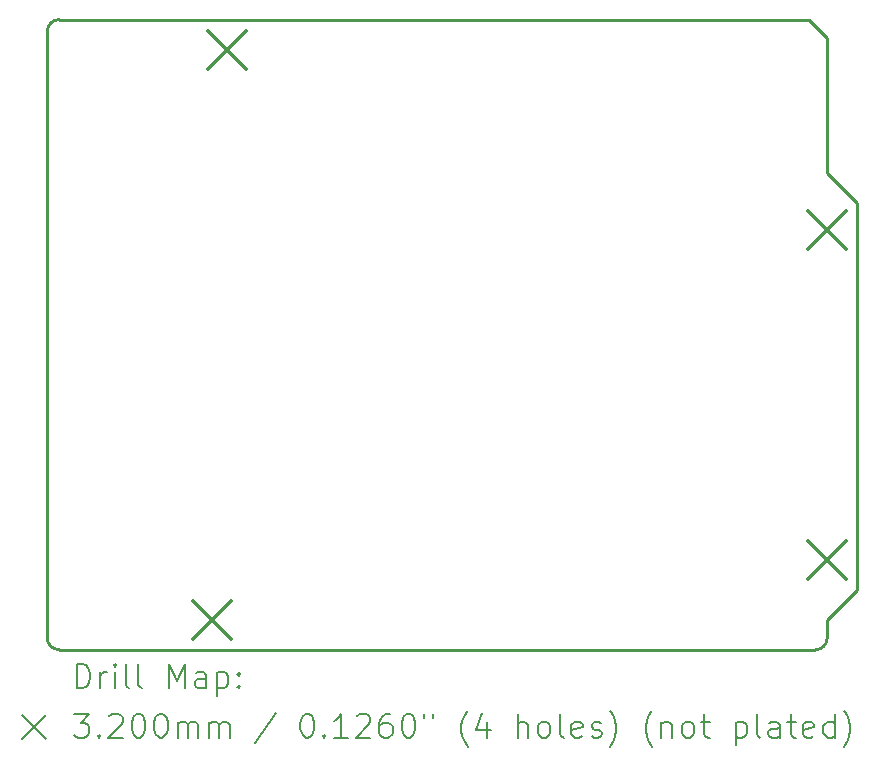
<source format=gbr>
%TF.GenerationSoftware,KiCad,Pcbnew,8.0.4*%
%TF.CreationDate,2024-10-26T11:38:54+11:00*%
%TF.ProjectId,INK-128DA28,494e4b2d-3132-4384-9441-32382e6b6963,1.1*%
%TF.SameCoordinates,Original*%
%TF.FileFunction,Drillmap*%
%TF.FilePolarity,Positive*%
%FSLAX45Y45*%
G04 Gerber Fmt 4.5, Leading zero omitted, Abs format (unit mm)*
G04 Created by KiCad (PCBNEW 8.0.4) date 2024-10-26 11:38:54*
%MOMM*%
%LPD*%
G01*
G04 APERTURE LIST*
%ADD10C,0.254000*%
%ADD11C,0.200000*%
%ADD12C,0.320000*%
G04 APERTURE END LIST*
D10*
X14855111Y-10816511D02*
X14855111Y-14093111D01*
X8097111Y-14601111D02*
G75*
G02*
X7997109Y-14501111I-1J100001D01*
G01*
X8097111Y-9267111D02*
X14448711Y-9267111D01*
X7997111Y-14501111D02*
X7997111Y-9367111D01*
X14601111Y-9419511D02*
X14601111Y-10562511D01*
X7997111Y-9367111D02*
G75*
G02*
X8097111Y-9267111I99999J1D01*
G01*
X14501111Y-14601111D02*
X8097111Y-14601111D01*
X14601111Y-10562511D02*
X14855111Y-10816511D01*
X14601111Y-14347111D02*
X14601111Y-14501111D01*
X14855111Y-14093111D02*
X14601111Y-14347111D01*
X14601111Y-14501111D02*
G75*
G02*
X14501111Y-14601111I-100001J1D01*
G01*
X14448711Y-9267111D02*
X14601111Y-9419511D01*
D11*
D12*
X9234111Y-14187111D02*
X9554111Y-14507111D01*
X9554111Y-14187111D02*
X9234111Y-14507111D01*
X9361111Y-9361111D02*
X9681111Y-9681111D01*
X9681111Y-9361111D02*
X9361111Y-9681111D01*
X14441111Y-10885111D02*
X14761111Y-11205111D01*
X14761111Y-10885111D02*
X14441111Y-11205111D01*
X14441111Y-13679111D02*
X14761111Y-13999111D01*
X14761111Y-13679111D02*
X14441111Y-13999111D01*
D11*
X8245187Y-14925294D02*
X8245187Y-14725294D01*
X8245187Y-14725294D02*
X8292806Y-14725294D01*
X8292806Y-14725294D02*
X8321378Y-14734818D01*
X8321378Y-14734818D02*
X8340426Y-14753866D01*
X8340426Y-14753866D02*
X8349949Y-14772913D01*
X8349949Y-14772913D02*
X8359473Y-14811009D01*
X8359473Y-14811009D02*
X8359473Y-14839580D01*
X8359473Y-14839580D02*
X8349949Y-14877675D01*
X8349949Y-14877675D02*
X8340426Y-14896723D01*
X8340426Y-14896723D02*
X8321378Y-14915771D01*
X8321378Y-14915771D02*
X8292806Y-14925294D01*
X8292806Y-14925294D02*
X8245187Y-14925294D01*
X8445188Y-14925294D02*
X8445188Y-14791961D01*
X8445188Y-14830056D02*
X8454711Y-14811009D01*
X8454711Y-14811009D02*
X8464235Y-14801485D01*
X8464235Y-14801485D02*
X8483283Y-14791961D01*
X8483283Y-14791961D02*
X8502330Y-14791961D01*
X8568997Y-14925294D02*
X8568997Y-14791961D01*
X8568997Y-14725294D02*
X8559473Y-14734818D01*
X8559473Y-14734818D02*
X8568997Y-14744342D01*
X8568997Y-14744342D02*
X8578521Y-14734818D01*
X8578521Y-14734818D02*
X8568997Y-14725294D01*
X8568997Y-14725294D02*
X8568997Y-14744342D01*
X8692807Y-14925294D02*
X8673759Y-14915771D01*
X8673759Y-14915771D02*
X8664235Y-14896723D01*
X8664235Y-14896723D02*
X8664235Y-14725294D01*
X8797568Y-14925294D02*
X8778521Y-14915771D01*
X8778521Y-14915771D02*
X8768997Y-14896723D01*
X8768997Y-14896723D02*
X8768997Y-14725294D01*
X9026140Y-14925294D02*
X9026140Y-14725294D01*
X9026140Y-14725294D02*
X9092807Y-14868152D01*
X9092807Y-14868152D02*
X9159473Y-14725294D01*
X9159473Y-14725294D02*
X9159473Y-14925294D01*
X9340426Y-14925294D02*
X9340426Y-14820533D01*
X9340426Y-14820533D02*
X9330902Y-14801485D01*
X9330902Y-14801485D02*
X9311854Y-14791961D01*
X9311854Y-14791961D02*
X9273759Y-14791961D01*
X9273759Y-14791961D02*
X9254711Y-14801485D01*
X9340426Y-14915771D02*
X9321378Y-14925294D01*
X9321378Y-14925294D02*
X9273759Y-14925294D01*
X9273759Y-14925294D02*
X9254711Y-14915771D01*
X9254711Y-14915771D02*
X9245188Y-14896723D01*
X9245188Y-14896723D02*
X9245188Y-14877675D01*
X9245188Y-14877675D02*
X9254711Y-14858628D01*
X9254711Y-14858628D02*
X9273759Y-14849104D01*
X9273759Y-14849104D02*
X9321378Y-14849104D01*
X9321378Y-14849104D02*
X9340426Y-14839580D01*
X9435664Y-14791961D02*
X9435664Y-14991961D01*
X9435664Y-14801485D02*
X9454711Y-14791961D01*
X9454711Y-14791961D02*
X9492807Y-14791961D01*
X9492807Y-14791961D02*
X9511854Y-14801485D01*
X9511854Y-14801485D02*
X9521378Y-14811009D01*
X9521378Y-14811009D02*
X9530902Y-14830056D01*
X9530902Y-14830056D02*
X9530902Y-14887199D01*
X9530902Y-14887199D02*
X9521378Y-14906247D01*
X9521378Y-14906247D02*
X9511854Y-14915771D01*
X9511854Y-14915771D02*
X9492807Y-14925294D01*
X9492807Y-14925294D02*
X9454711Y-14925294D01*
X9454711Y-14925294D02*
X9435664Y-14915771D01*
X9616616Y-14906247D02*
X9626140Y-14915771D01*
X9626140Y-14915771D02*
X9616616Y-14925294D01*
X9616616Y-14925294D02*
X9607092Y-14915771D01*
X9607092Y-14915771D02*
X9616616Y-14906247D01*
X9616616Y-14906247D02*
X9616616Y-14925294D01*
X9616616Y-14801485D02*
X9626140Y-14811009D01*
X9626140Y-14811009D02*
X9616616Y-14820533D01*
X9616616Y-14820533D02*
X9607092Y-14811009D01*
X9607092Y-14811009D02*
X9616616Y-14801485D01*
X9616616Y-14801485D02*
X9616616Y-14820533D01*
X7784411Y-15153811D02*
X7984411Y-15353811D01*
X7984411Y-15153811D02*
X7784411Y-15353811D01*
X8226140Y-15145294D02*
X8349949Y-15145294D01*
X8349949Y-15145294D02*
X8283283Y-15221485D01*
X8283283Y-15221485D02*
X8311854Y-15221485D01*
X8311854Y-15221485D02*
X8330902Y-15231009D01*
X8330902Y-15231009D02*
X8340426Y-15240533D01*
X8340426Y-15240533D02*
X8349949Y-15259580D01*
X8349949Y-15259580D02*
X8349949Y-15307199D01*
X8349949Y-15307199D02*
X8340426Y-15326247D01*
X8340426Y-15326247D02*
X8330902Y-15335771D01*
X8330902Y-15335771D02*
X8311854Y-15345294D01*
X8311854Y-15345294D02*
X8254711Y-15345294D01*
X8254711Y-15345294D02*
X8235664Y-15335771D01*
X8235664Y-15335771D02*
X8226140Y-15326247D01*
X8435664Y-15326247D02*
X8445188Y-15335771D01*
X8445188Y-15335771D02*
X8435664Y-15345294D01*
X8435664Y-15345294D02*
X8426140Y-15335771D01*
X8426140Y-15335771D02*
X8435664Y-15326247D01*
X8435664Y-15326247D02*
X8435664Y-15345294D01*
X8521378Y-15164342D02*
X8530902Y-15154818D01*
X8530902Y-15154818D02*
X8549949Y-15145294D01*
X8549949Y-15145294D02*
X8597569Y-15145294D01*
X8597569Y-15145294D02*
X8616616Y-15154818D01*
X8616616Y-15154818D02*
X8626140Y-15164342D01*
X8626140Y-15164342D02*
X8635664Y-15183390D01*
X8635664Y-15183390D02*
X8635664Y-15202437D01*
X8635664Y-15202437D02*
X8626140Y-15231009D01*
X8626140Y-15231009D02*
X8511854Y-15345294D01*
X8511854Y-15345294D02*
X8635664Y-15345294D01*
X8759473Y-15145294D02*
X8778521Y-15145294D01*
X8778521Y-15145294D02*
X8797569Y-15154818D01*
X8797569Y-15154818D02*
X8807092Y-15164342D01*
X8807092Y-15164342D02*
X8816616Y-15183390D01*
X8816616Y-15183390D02*
X8826140Y-15221485D01*
X8826140Y-15221485D02*
X8826140Y-15269104D01*
X8826140Y-15269104D02*
X8816616Y-15307199D01*
X8816616Y-15307199D02*
X8807092Y-15326247D01*
X8807092Y-15326247D02*
X8797569Y-15335771D01*
X8797569Y-15335771D02*
X8778521Y-15345294D01*
X8778521Y-15345294D02*
X8759473Y-15345294D01*
X8759473Y-15345294D02*
X8740426Y-15335771D01*
X8740426Y-15335771D02*
X8730902Y-15326247D01*
X8730902Y-15326247D02*
X8721378Y-15307199D01*
X8721378Y-15307199D02*
X8711854Y-15269104D01*
X8711854Y-15269104D02*
X8711854Y-15221485D01*
X8711854Y-15221485D02*
X8721378Y-15183390D01*
X8721378Y-15183390D02*
X8730902Y-15164342D01*
X8730902Y-15164342D02*
X8740426Y-15154818D01*
X8740426Y-15154818D02*
X8759473Y-15145294D01*
X8949949Y-15145294D02*
X8968997Y-15145294D01*
X8968997Y-15145294D02*
X8988045Y-15154818D01*
X8988045Y-15154818D02*
X8997569Y-15164342D01*
X8997569Y-15164342D02*
X9007092Y-15183390D01*
X9007092Y-15183390D02*
X9016616Y-15221485D01*
X9016616Y-15221485D02*
X9016616Y-15269104D01*
X9016616Y-15269104D02*
X9007092Y-15307199D01*
X9007092Y-15307199D02*
X8997569Y-15326247D01*
X8997569Y-15326247D02*
X8988045Y-15335771D01*
X8988045Y-15335771D02*
X8968997Y-15345294D01*
X8968997Y-15345294D02*
X8949949Y-15345294D01*
X8949949Y-15345294D02*
X8930902Y-15335771D01*
X8930902Y-15335771D02*
X8921378Y-15326247D01*
X8921378Y-15326247D02*
X8911854Y-15307199D01*
X8911854Y-15307199D02*
X8902330Y-15269104D01*
X8902330Y-15269104D02*
X8902330Y-15221485D01*
X8902330Y-15221485D02*
X8911854Y-15183390D01*
X8911854Y-15183390D02*
X8921378Y-15164342D01*
X8921378Y-15164342D02*
X8930902Y-15154818D01*
X8930902Y-15154818D02*
X8949949Y-15145294D01*
X9102330Y-15345294D02*
X9102330Y-15211961D01*
X9102330Y-15231009D02*
X9111854Y-15221485D01*
X9111854Y-15221485D02*
X9130902Y-15211961D01*
X9130902Y-15211961D02*
X9159473Y-15211961D01*
X9159473Y-15211961D02*
X9178521Y-15221485D01*
X9178521Y-15221485D02*
X9188045Y-15240533D01*
X9188045Y-15240533D02*
X9188045Y-15345294D01*
X9188045Y-15240533D02*
X9197569Y-15221485D01*
X9197569Y-15221485D02*
X9216616Y-15211961D01*
X9216616Y-15211961D02*
X9245188Y-15211961D01*
X9245188Y-15211961D02*
X9264235Y-15221485D01*
X9264235Y-15221485D02*
X9273759Y-15240533D01*
X9273759Y-15240533D02*
X9273759Y-15345294D01*
X9368997Y-15345294D02*
X9368997Y-15211961D01*
X9368997Y-15231009D02*
X9378521Y-15221485D01*
X9378521Y-15221485D02*
X9397569Y-15211961D01*
X9397569Y-15211961D02*
X9426140Y-15211961D01*
X9426140Y-15211961D02*
X9445188Y-15221485D01*
X9445188Y-15221485D02*
X9454711Y-15240533D01*
X9454711Y-15240533D02*
X9454711Y-15345294D01*
X9454711Y-15240533D02*
X9464235Y-15221485D01*
X9464235Y-15221485D02*
X9483283Y-15211961D01*
X9483283Y-15211961D02*
X9511854Y-15211961D01*
X9511854Y-15211961D02*
X9530902Y-15221485D01*
X9530902Y-15221485D02*
X9540426Y-15240533D01*
X9540426Y-15240533D02*
X9540426Y-15345294D01*
X9930902Y-15135771D02*
X9759473Y-15392913D01*
X10188045Y-15145294D02*
X10207093Y-15145294D01*
X10207093Y-15145294D02*
X10226140Y-15154818D01*
X10226140Y-15154818D02*
X10235664Y-15164342D01*
X10235664Y-15164342D02*
X10245188Y-15183390D01*
X10245188Y-15183390D02*
X10254712Y-15221485D01*
X10254712Y-15221485D02*
X10254712Y-15269104D01*
X10254712Y-15269104D02*
X10245188Y-15307199D01*
X10245188Y-15307199D02*
X10235664Y-15326247D01*
X10235664Y-15326247D02*
X10226140Y-15335771D01*
X10226140Y-15335771D02*
X10207093Y-15345294D01*
X10207093Y-15345294D02*
X10188045Y-15345294D01*
X10188045Y-15345294D02*
X10168997Y-15335771D01*
X10168997Y-15335771D02*
X10159473Y-15326247D01*
X10159473Y-15326247D02*
X10149950Y-15307199D01*
X10149950Y-15307199D02*
X10140426Y-15269104D01*
X10140426Y-15269104D02*
X10140426Y-15221485D01*
X10140426Y-15221485D02*
X10149950Y-15183390D01*
X10149950Y-15183390D02*
X10159473Y-15164342D01*
X10159473Y-15164342D02*
X10168997Y-15154818D01*
X10168997Y-15154818D02*
X10188045Y-15145294D01*
X10340426Y-15326247D02*
X10349950Y-15335771D01*
X10349950Y-15335771D02*
X10340426Y-15345294D01*
X10340426Y-15345294D02*
X10330902Y-15335771D01*
X10330902Y-15335771D02*
X10340426Y-15326247D01*
X10340426Y-15326247D02*
X10340426Y-15345294D01*
X10540426Y-15345294D02*
X10426140Y-15345294D01*
X10483283Y-15345294D02*
X10483283Y-15145294D01*
X10483283Y-15145294D02*
X10464235Y-15173866D01*
X10464235Y-15173866D02*
X10445188Y-15192913D01*
X10445188Y-15192913D02*
X10426140Y-15202437D01*
X10616616Y-15164342D02*
X10626140Y-15154818D01*
X10626140Y-15154818D02*
X10645188Y-15145294D01*
X10645188Y-15145294D02*
X10692807Y-15145294D01*
X10692807Y-15145294D02*
X10711854Y-15154818D01*
X10711854Y-15154818D02*
X10721378Y-15164342D01*
X10721378Y-15164342D02*
X10730902Y-15183390D01*
X10730902Y-15183390D02*
X10730902Y-15202437D01*
X10730902Y-15202437D02*
X10721378Y-15231009D01*
X10721378Y-15231009D02*
X10607093Y-15345294D01*
X10607093Y-15345294D02*
X10730902Y-15345294D01*
X10902331Y-15145294D02*
X10864235Y-15145294D01*
X10864235Y-15145294D02*
X10845188Y-15154818D01*
X10845188Y-15154818D02*
X10835664Y-15164342D01*
X10835664Y-15164342D02*
X10816616Y-15192913D01*
X10816616Y-15192913D02*
X10807093Y-15231009D01*
X10807093Y-15231009D02*
X10807093Y-15307199D01*
X10807093Y-15307199D02*
X10816616Y-15326247D01*
X10816616Y-15326247D02*
X10826140Y-15335771D01*
X10826140Y-15335771D02*
X10845188Y-15345294D01*
X10845188Y-15345294D02*
X10883283Y-15345294D01*
X10883283Y-15345294D02*
X10902331Y-15335771D01*
X10902331Y-15335771D02*
X10911854Y-15326247D01*
X10911854Y-15326247D02*
X10921378Y-15307199D01*
X10921378Y-15307199D02*
X10921378Y-15259580D01*
X10921378Y-15259580D02*
X10911854Y-15240533D01*
X10911854Y-15240533D02*
X10902331Y-15231009D01*
X10902331Y-15231009D02*
X10883283Y-15221485D01*
X10883283Y-15221485D02*
X10845188Y-15221485D01*
X10845188Y-15221485D02*
X10826140Y-15231009D01*
X10826140Y-15231009D02*
X10816616Y-15240533D01*
X10816616Y-15240533D02*
X10807093Y-15259580D01*
X11045188Y-15145294D02*
X11064235Y-15145294D01*
X11064235Y-15145294D02*
X11083283Y-15154818D01*
X11083283Y-15154818D02*
X11092807Y-15164342D01*
X11092807Y-15164342D02*
X11102331Y-15183390D01*
X11102331Y-15183390D02*
X11111854Y-15221485D01*
X11111854Y-15221485D02*
X11111854Y-15269104D01*
X11111854Y-15269104D02*
X11102331Y-15307199D01*
X11102331Y-15307199D02*
X11092807Y-15326247D01*
X11092807Y-15326247D02*
X11083283Y-15335771D01*
X11083283Y-15335771D02*
X11064235Y-15345294D01*
X11064235Y-15345294D02*
X11045188Y-15345294D01*
X11045188Y-15345294D02*
X11026140Y-15335771D01*
X11026140Y-15335771D02*
X11016616Y-15326247D01*
X11016616Y-15326247D02*
X11007093Y-15307199D01*
X11007093Y-15307199D02*
X10997569Y-15269104D01*
X10997569Y-15269104D02*
X10997569Y-15221485D01*
X10997569Y-15221485D02*
X11007093Y-15183390D01*
X11007093Y-15183390D02*
X11016616Y-15164342D01*
X11016616Y-15164342D02*
X11026140Y-15154818D01*
X11026140Y-15154818D02*
X11045188Y-15145294D01*
X11188045Y-15145294D02*
X11188045Y-15183390D01*
X11264235Y-15145294D02*
X11264235Y-15183390D01*
X11559474Y-15421485D02*
X11549950Y-15411961D01*
X11549950Y-15411961D02*
X11530902Y-15383390D01*
X11530902Y-15383390D02*
X11521378Y-15364342D01*
X11521378Y-15364342D02*
X11511854Y-15335771D01*
X11511854Y-15335771D02*
X11502331Y-15288152D01*
X11502331Y-15288152D02*
X11502331Y-15250056D01*
X11502331Y-15250056D02*
X11511854Y-15202437D01*
X11511854Y-15202437D02*
X11521378Y-15173866D01*
X11521378Y-15173866D02*
X11530902Y-15154818D01*
X11530902Y-15154818D02*
X11549950Y-15126247D01*
X11549950Y-15126247D02*
X11559474Y-15116723D01*
X11721378Y-15211961D02*
X11721378Y-15345294D01*
X11673759Y-15135771D02*
X11626140Y-15278628D01*
X11626140Y-15278628D02*
X11749950Y-15278628D01*
X11978521Y-15345294D02*
X11978521Y-15145294D01*
X12064235Y-15345294D02*
X12064235Y-15240533D01*
X12064235Y-15240533D02*
X12054712Y-15221485D01*
X12054712Y-15221485D02*
X12035664Y-15211961D01*
X12035664Y-15211961D02*
X12007093Y-15211961D01*
X12007093Y-15211961D02*
X11988045Y-15221485D01*
X11988045Y-15221485D02*
X11978521Y-15231009D01*
X12188045Y-15345294D02*
X12168997Y-15335771D01*
X12168997Y-15335771D02*
X12159474Y-15326247D01*
X12159474Y-15326247D02*
X12149950Y-15307199D01*
X12149950Y-15307199D02*
X12149950Y-15250056D01*
X12149950Y-15250056D02*
X12159474Y-15231009D01*
X12159474Y-15231009D02*
X12168997Y-15221485D01*
X12168997Y-15221485D02*
X12188045Y-15211961D01*
X12188045Y-15211961D02*
X12216616Y-15211961D01*
X12216616Y-15211961D02*
X12235664Y-15221485D01*
X12235664Y-15221485D02*
X12245188Y-15231009D01*
X12245188Y-15231009D02*
X12254712Y-15250056D01*
X12254712Y-15250056D02*
X12254712Y-15307199D01*
X12254712Y-15307199D02*
X12245188Y-15326247D01*
X12245188Y-15326247D02*
X12235664Y-15335771D01*
X12235664Y-15335771D02*
X12216616Y-15345294D01*
X12216616Y-15345294D02*
X12188045Y-15345294D01*
X12368997Y-15345294D02*
X12349950Y-15335771D01*
X12349950Y-15335771D02*
X12340426Y-15316723D01*
X12340426Y-15316723D02*
X12340426Y-15145294D01*
X12521378Y-15335771D02*
X12502331Y-15345294D01*
X12502331Y-15345294D02*
X12464235Y-15345294D01*
X12464235Y-15345294D02*
X12445188Y-15335771D01*
X12445188Y-15335771D02*
X12435664Y-15316723D01*
X12435664Y-15316723D02*
X12435664Y-15240533D01*
X12435664Y-15240533D02*
X12445188Y-15221485D01*
X12445188Y-15221485D02*
X12464235Y-15211961D01*
X12464235Y-15211961D02*
X12502331Y-15211961D01*
X12502331Y-15211961D02*
X12521378Y-15221485D01*
X12521378Y-15221485D02*
X12530902Y-15240533D01*
X12530902Y-15240533D02*
X12530902Y-15259580D01*
X12530902Y-15259580D02*
X12435664Y-15278628D01*
X12607093Y-15335771D02*
X12626140Y-15345294D01*
X12626140Y-15345294D02*
X12664235Y-15345294D01*
X12664235Y-15345294D02*
X12683283Y-15335771D01*
X12683283Y-15335771D02*
X12692807Y-15316723D01*
X12692807Y-15316723D02*
X12692807Y-15307199D01*
X12692807Y-15307199D02*
X12683283Y-15288152D01*
X12683283Y-15288152D02*
X12664235Y-15278628D01*
X12664235Y-15278628D02*
X12635664Y-15278628D01*
X12635664Y-15278628D02*
X12616616Y-15269104D01*
X12616616Y-15269104D02*
X12607093Y-15250056D01*
X12607093Y-15250056D02*
X12607093Y-15240533D01*
X12607093Y-15240533D02*
X12616616Y-15221485D01*
X12616616Y-15221485D02*
X12635664Y-15211961D01*
X12635664Y-15211961D02*
X12664235Y-15211961D01*
X12664235Y-15211961D02*
X12683283Y-15221485D01*
X12759474Y-15421485D02*
X12768997Y-15411961D01*
X12768997Y-15411961D02*
X12788045Y-15383390D01*
X12788045Y-15383390D02*
X12797569Y-15364342D01*
X12797569Y-15364342D02*
X12807093Y-15335771D01*
X12807093Y-15335771D02*
X12816616Y-15288152D01*
X12816616Y-15288152D02*
X12816616Y-15250056D01*
X12816616Y-15250056D02*
X12807093Y-15202437D01*
X12807093Y-15202437D02*
X12797569Y-15173866D01*
X12797569Y-15173866D02*
X12788045Y-15154818D01*
X12788045Y-15154818D02*
X12768997Y-15126247D01*
X12768997Y-15126247D02*
X12759474Y-15116723D01*
X13121378Y-15421485D02*
X13111855Y-15411961D01*
X13111855Y-15411961D02*
X13092807Y-15383390D01*
X13092807Y-15383390D02*
X13083283Y-15364342D01*
X13083283Y-15364342D02*
X13073759Y-15335771D01*
X13073759Y-15335771D02*
X13064236Y-15288152D01*
X13064236Y-15288152D02*
X13064236Y-15250056D01*
X13064236Y-15250056D02*
X13073759Y-15202437D01*
X13073759Y-15202437D02*
X13083283Y-15173866D01*
X13083283Y-15173866D02*
X13092807Y-15154818D01*
X13092807Y-15154818D02*
X13111855Y-15126247D01*
X13111855Y-15126247D02*
X13121378Y-15116723D01*
X13197569Y-15211961D02*
X13197569Y-15345294D01*
X13197569Y-15231009D02*
X13207093Y-15221485D01*
X13207093Y-15221485D02*
X13226140Y-15211961D01*
X13226140Y-15211961D02*
X13254712Y-15211961D01*
X13254712Y-15211961D02*
X13273759Y-15221485D01*
X13273759Y-15221485D02*
X13283283Y-15240533D01*
X13283283Y-15240533D02*
X13283283Y-15345294D01*
X13407093Y-15345294D02*
X13388045Y-15335771D01*
X13388045Y-15335771D02*
X13378521Y-15326247D01*
X13378521Y-15326247D02*
X13368997Y-15307199D01*
X13368997Y-15307199D02*
X13368997Y-15250056D01*
X13368997Y-15250056D02*
X13378521Y-15231009D01*
X13378521Y-15231009D02*
X13388045Y-15221485D01*
X13388045Y-15221485D02*
X13407093Y-15211961D01*
X13407093Y-15211961D02*
X13435664Y-15211961D01*
X13435664Y-15211961D02*
X13454712Y-15221485D01*
X13454712Y-15221485D02*
X13464236Y-15231009D01*
X13464236Y-15231009D02*
X13473759Y-15250056D01*
X13473759Y-15250056D02*
X13473759Y-15307199D01*
X13473759Y-15307199D02*
X13464236Y-15326247D01*
X13464236Y-15326247D02*
X13454712Y-15335771D01*
X13454712Y-15335771D02*
X13435664Y-15345294D01*
X13435664Y-15345294D02*
X13407093Y-15345294D01*
X13530902Y-15211961D02*
X13607093Y-15211961D01*
X13559474Y-15145294D02*
X13559474Y-15316723D01*
X13559474Y-15316723D02*
X13568997Y-15335771D01*
X13568997Y-15335771D02*
X13588045Y-15345294D01*
X13588045Y-15345294D02*
X13607093Y-15345294D01*
X13826140Y-15211961D02*
X13826140Y-15411961D01*
X13826140Y-15221485D02*
X13845188Y-15211961D01*
X13845188Y-15211961D02*
X13883283Y-15211961D01*
X13883283Y-15211961D02*
X13902331Y-15221485D01*
X13902331Y-15221485D02*
X13911855Y-15231009D01*
X13911855Y-15231009D02*
X13921378Y-15250056D01*
X13921378Y-15250056D02*
X13921378Y-15307199D01*
X13921378Y-15307199D02*
X13911855Y-15326247D01*
X13911855Y-15326247D02*
X13902331Y-15335771D01*
X13902331Y-15335771D02*
X13883283Y-15345294D01*
X13883283Y-15345294D02*
X13845188Y-15345294D01*
X13845188Y-15345294D02*
X13826140Y-15335771D01*
X14035664Y-15345294D02*
X14016617Y-15335771D01*
X14016617Y-15335771D02*
X14007093Y-15316723D01*
X14007093Y-15316723D02*
X14007093Y-15145294D01*
X14197569Y-15345294D02*
X14197569Y-15240533D01*
X14197569Y-15240533D02*
X14188045Y-15221485D01*
X14188045Y-15221485D02*
X14168998Y-15211961D01*
X14168998Y-15211961D02*
X14130902Y-15211961D01*
X14130902Y-15211961D02*
X14111855Y-15221485D01*
X14197569Y-15335771D02*
X14178521Y-15345294D01*
X14178521Y-15345294D02*
X14130902Y-15345294D01*
X14130902Y-15345294D02*
X14111855Y-15335771D01*
X14111855Y-15335771D02*
X14102331Y-15316723D01*
X14102331Y-15316723D02*
X14102331Y-15297675D01*
X14102331Y-15297675D02*
X14111855Y-15278628D01*
X14111855Y-15278628D02*
X14130902Y-15269104D01*
X14130902Y-15269104D02*
X14178521Y-15269104D01*
X14178521Y-15269104D02*
X14197569Y-15259580D01*
X14264236Y-15211961D02*
X14340426Y-15211961D01*
X14292807Y-15145294D02*
X14292807Y-15316723D01*
X14292807Y-15316723D02*
X14302331Y-15335771D01*
X14302331Y-15335771D02*
X14321378Y-15345294D01*
X14321378Y-15345294D02*
X14340426Y-15345294D01*
X14483283Y-15335771D02*
X14464236Y-15345294D01*
X14464236Y-15345294D02*
X14426140Y-15345294D01*
X14426140Y-15345294D02*
X14407093Y-15335771D01*
X14407093Y-15335771D02*
X14397569Y-15316723D01*
X14397569Y-15316723D02*
X14397569Y-15240533D01*
X14397569Y-15240533D02*
X14407093Y-15221485D01*
X14407093Y-15221485D02*
X14426140Y-15211961D01*
X14426140Y-15211961D02*
X14464236Y-15211961D01*
X14464236Y-15211961D02*
X14483283Y-15221485D01*
X14483283Y-15221485D02*
X14492807Y-15240533D01*
X14492807Y-15240533D02*
X14492807Y-15259580D01*
X14492807Y-15259580D02*
X14397569Y-15278628D01*
X14664236Y-15345294D02*
X14664236Y-15145294D01*
X14664236Y-15335771D02*
X14645188Y-15345294D01*
X14645188Y-15345294D02*
X14607093Y-15345294D01*
X14607093Y-15345294D02*
X14588045Y-15335771D01*
X14588045Y-15335771D02*
X14578521Y-15326247D01*
X14578521Y-15326247D02*
X14568998Y-15307199D01*
X14568998Y-15307199D02*
X14568998Y-15250056D01*
X14568998Y-15250056D02*
X14578521Y-15231009D01*
X14578521Y-15231009D02*
X14588045Y-15221485D01*
X14588045Y-15221485D02*
X14607093Y-15211961D01*
X14607093Y-15211961D02*
X14645188Y-15211961D01*
X14645188Y-15211961D02*
X14664236Y-15221485D01*
X14740426Y-15421485D02*
X14749950Y-15411961D01*
X14749950Y-15411961D02*
X14768998Y-15383390D01*
X14768998Y-15383390D02*
X14778521Y-15364342D01*
X14778521Y-15364342D02*
X14788045Y-15335771D01*
X14788045Y-15335771D02*
X14797569Y-15288152D01*
X14797569Y-15288152D02*
X14797569Y-15250056D01*
X14797569Y-15250056D02*
X14788045Y-15202437D01*
X14788045Y-15202437D02*
X14778521Y-15173866D01*
X14778521Y-15173866D02*
X14768998Y-15154818D01*
X14768998Y-15154818D02*
X14749950Y-15126247D01*
X14749950Y-15126247D02*
X14740426Y-15116723D01*
M02*

</source>
